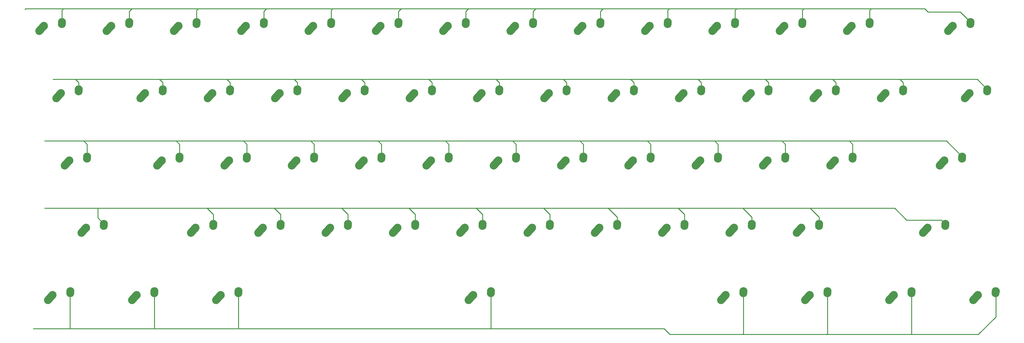
<source format=gbr>
%TF.GenerationSoftware,KiCad,Pcbnew,(6.0.5)*%
%TF.CreationDate,2023-04-01T18:57:01-04:00*%
%TF.ProjectId,paperweight 60,70617065-7277-4656-9967-68742036302e,rev?*%
%TF.SameCoordinates,Original*%
%TF.FileFunction,Copper,L1,Top*%
%TF.FilePolarity,Positive*%
%FSLAX46Y46*%
G04 Gerber Fmt 4.6, Leading zero omitted, Abs format (unit mm)*
G04 Created by KiCad (PCBNEW (6.0.5)) date 2023-04-01 18:57:01*
%MOMM*%
%LPD*%
G01*
G04 APERTURE LIST*
G04 Aperture macros list*
%AMHorizOval*
0 Thick line with rounded ends*
0 $1 width*
0 $2 $3 position (X,Y) of the first rounded end (center of the circle)*
0 $4 $5 position (X,Y) of the second rounded end (center of the circle)*
0 Add line between two ends*
20,1,$1,$2,$3,$4,$5,0*
0 Add two circle primitives to create the rounded ends*
1,1,$1,$2,$3*
1,1,$1,$4,$5*%
G04 Aperture macros list end*
%TA.AperFunction,ComponentPad*%
%ADD10C,2.250000*%
%TD*%
%TA.AperFunction,ComponentPad*%
%ADD11HorizOval,2.250000X0.655001X0.730000X-0.655001X-0.730000X0*%
%TD*%
%TA.AperFunction,ComponentPad*%
%ADD12HorizOval,2.250000X0.020000X0.290000X-0.020000X-0.290000X0*%
%TD*%
%TA.AperFunction,Conductor*%
%ADD13C,0.250000*%
%TD*%
G04 APERTURE END LIST*
D10*
%TO.P,MX61,1,COL*%
%TO.N,Net-(MX60-Pad1)*%
X273725000Y-46800000D03*
D11*
X273070001Y-47530000D03*
D12*
%TO.P,MX61,2,ROW*%
%TO.N,Net-(MX12-Pad2)*%
X278745000Y-46010000D03*
D10*
X278765000Y-45720000D03*
%TD*%
D11*
%TO.P,MX60,1,COL*%
%TO.N,Net-(MX60-Pad1)*%
X268307501Y-28480000D03*
D10*
X268962500Y-27750000D03*
D12*
%TO.P,MX60,2,ROW*%
%TO.N,Net-(MX1-Pad2)*%
X273982500Y-26960000D03*
D10*
X274002500Y-26670000D03*
%TD*%
%TO.P,MX59,1,COL*%
%TO.N,Net-(MX57-Pad1)*%
X266581250Y-65850000D03*
D11*
X265926251Y-66580000D03*
D10*
%TO.P,MX59,2,ROW*%
%TO.N,Net-(MX13-Pad2)*%
X271621250Y-64770000D03*
D12*
X271601250Y-65060000D03*
%TD*%
D10*
%TO.P,MX58,1,COL*%
%TO.N,Net-(MX57-Pad1)*%
X249912500Y-46800000D03*
D11*
X249257501Y-47530000D03*
D10*
%TO.P,MX58,2,ROW*%
%TO.N,Net-(MX12-Pad2)*%
X254952500Y-45720000D03*
D12*
X254932500Y-46010000D03*
%TD*%
D10*
%TO.P,MX57,1,COL*%
%TO.N,Net-(MX57-Pad1)*%
X240387500Y-27750000D03*
D11*
X239732501Y-28480000D03*
D10*
%TO.P,MX57,2,ROW*%
%TO.N,Net-(MX1-Pad2)*%
X245427500Y-26670000D03*
D12*
X245407500Y-26960000D03*
%TD*%
D10*
%TO.P,MX56,1,COL*%
%TO.N,Net-(MX53-Pad1)*%
X261818750Y-84900000D03*
D11*
X261163751Y-85630000D03*
D12*
%TO.P,MX56,2,ROW*%
%TO.N,Net-(MX14-Pad2)*%
X266838750Y-84110000D03*
D10*
X266858750Y-83820000D03*
%TD*%
%TO.P,MX55,1,COL*%
%TO.N,Net-(MX53-Pad1)*%
X235625000Y-65850000D03*
D11*
X234970001Y-66580000D03*
D10*
%TO.P,MX55,2,ROW*%
%TO.N,Net-(MX13-Pad2)*%
X240665000Y-64770000D03*
D12*
X240645000Y-65060000D03*
%TD*%
D10*
%TO.P,MX54,1,COL*%
%TO.N,Net-(MX53-Pad1)*%
X230862500Y-46800000D03*
D11*
X230207501Y-47530000D03*
D10*
%TO.P,MX54,2,ROW*%
%TO.N,Net-(MX12-Pad2)*%
X235902500Y-45720000D03*
D12*
X235882500Y-46010000D03*
%TD*%
D10*
%TO.P,MX53,1,COL*%
%TO.N,Net-(MX53-Pad1)*%
X221337500Y-27750000D03*
D11*
X220682501Y-28480000D03*
D10*
%TO.P,MX53,2,ROW*%
%TO.N,Net-(MX1-Pad2)*%
X226377500Y-26670000D03*
D12*
X226357500Y-26960000D03*
%TD*%
D10*
%TO.P,MX52,1,COL*%
%TO.N,Net-(MX49-Pad1)*%
X226100000Y-84900000D03*
D11*
X225445001Y-85630000D03*
D10*
%TO.P,MX52,2,ROW*%
%TO.N,Net-(MX14-Pad2)*%
X231140000Y-83820000D03*
D12*
X231120000Y-84110000D03*
%TD*%
D10*
%TO.P,MX51,1,COL*%
%TO.N,Net-(MX49-Pad1)*%
X216575000Y-65850000D03*
D11*
X215920001Y-66580000D03*
D10*
%TO.P,MX51,2,ROW*%
%TO.N,Net-(MX13-Pad2)*%
X221615000Y-64770000D03*
D12*
X221595000Y-65060000D03*
%TD*%
D10*
%TO.P,MX50,1,COL*%
%TO.N,Net-(MX49-Pad1)*%
X211812500Y-46800000D03*
D11*
X211157501Y-47530000D03*
D10*
%TO.P,MX50,2,ROW*%
%TO.N,Net-(MX12-Pad2)*%
X216852500Y-45720000D03*
D12*
X216832500Y-46010000D03*
%TD*%
D10*
%TO.P,MX49,1,COL*%
%TO.N,Net-(MX49-Pad1)*%
X202287500Y-27750000D03*
D11*
X201632501Y-28480000D03*
D10*
%TO.P,MX49,2,ROW*%
%TO.N,Net-(MX1-Pad2)*%
X207327500Y-26670000D03*
D12*
X207307500Y-26960000D03*
%TD*%
D10*
%TO.P,MX48,1,COL*%
%TO.N,Net-(MX45-Pad1)*%
X207050000Y-84900000D03*
D11*
X206395001Y-85630000D03*
D10*
%TO.P,MX48,2,ROW*%
%TO.N,Net-(MX14-Pad2)*%
X212090000Y-83820000D03*
D12*
X212070000Y-84110000D03*
%TD*%
D10*
%TO.P,MX47,1,COL*%
%TO.N,Net-(MX45-Pad1)*%
X197525000Y-65850000D03*
D11*
X196870001Y-66580000D03*
D10*
%TO.P,MX47,2,ROW*%
%TO.N,Net-(MX13-Pad2)*%
X202565000Y-64770000D03*
D12*
X202545000Y-65060000D03*
%TD*%
D10*
%TO.P,MX46,1,COL*%
%TO.N,Net-(MX45-Pad1)*%
X192762500Y-46800000D03*
D11*
X192107501Y-47530000D03*
D10*
%TO.P,MX46,2,ROW*%
%TO.N,Net-(MX12-Pad2)*%
X197802500Y-45720000D03*
D12*
X197782500Y-46010000D03*
%TD*%
D10*
%TO.P,MX45,1,COL*%
%TO.N,Net-(MX45-Pad1)*%
X183237500Y-27750000D03*
D11*
X182582501Y-28480000D03*
D10*
%TO.P,MX45,2,ROW*%
%TO.N,Net-(MX1-Pad2)*%
X188277500Y-26670000D03*
D12*
X188257500Y-26960000D03*
%TD*%
D10*
%TO.P,MX44,1,COL*%
%TO.N,Net-(MX41-Pad1)*%
X188000000Y-84900000D03*
D11*
X187345001Y-85630000D03*
D10*
%TO.P,MX44,2,ROW*%
%TO.N,Net-(MX14-Pad2)*%
X193040000Y-83820000D03*
D12*
X193020000Y-84110000D03*
%TD*%
D10*
%TO.P,MX43,1,COL*%
%TO.N,Net-(MX41-Pad1)*%
X178475000Y-65850000D03*
D11*
X177820001Y-66580000D03*
D10*
%TO.P,MX43,2,ROW*%
%TO.N,Net-(MX13-Pad2)*%
X183515000Y-64770000D03*
D12*
X183495000Y-65060000D03*
%TD*%
D10*
%TO.P,MX42,1,COL*%
%TO.N,Net-(MX41-Pad1)*%
X173712500Y-46800000D03*
D11*
X173057501Y-47530000D03*
D10*
%TO.P,MX42,2,ROW*%
%TO.N,Net-(MX12-Pad2)*%
X178752500Y-45720000D03*
D12*
X178732500Y-46010000D03*
%TD*%
D10*
%TO.P,MX41,1,COL*%
%TO.N,Net-(MX41-Pad1)*%
X164187500Y-27750000D03*
D11*
X163532501Y-28480000D03*
D10*
%TO.P,MX41,2,ROW*%
%TO.N,Net-(MX1-Pad2)*%
X169227500Y-26670000D03*
D12*
X169207500Y-26960000D03*
%TD*%
D11*
%TO.P,MX40,1,COL*%
%TO.N,Net-(MX36-Pad1)*%
X275451251Y-104680000D03*
D10*
X276106250Y-103950000D03*
%TO.P,MX40,2,ROW*%
%TO.N,Net-(MX10-Pad2)*%
X281146250Y-102870000D03*
D12*
X281126250Y-103160000D03*
%TD*%
D10*
%TO.P,MX39,1,COL*%
%TO.N,Net-(MX36-Pad1)*%
X168950000Y-84900000D03*
D11*
X168295001Y-85630000D03*
D10*
%TO.P,MX39,2,ROW*%
%TO.N,Net-(MX14-Pad2)*%
X173990000Y-83820000D03*
D12*
X173970000Y-84110000D03*
%TD*%
D10*
%TO.P,MX38,1,COL*%
%TO.N,Net-(MX36-Pad1)*%
X159425000Y-65850000D03*
D11*
X158770001Y-66580000D03*
D10*
%TO.P,MX38,2,ROW*%
%TO.N,Net-(MX13-Pad2)*%
X164465000Y-64770000D03*
D12*
X164445000Y-65060000D03*
%TD*%
D10*
%TO.P,MX37,1,COL*%
%TO.N,Net-(MX36-Pad1)*%
X154662500Y-46800000D03*
D11*
X154007501Y-47530000D03*
D10*
%TO.P,MX37,2,ROW*%
%TO.N,Net-(MX12-Pad2)*%
X159702500Y-45720000D03*
D12*
X159682500Y-46010000D03*
%TD*%
D10*
%TO.P,MX36,1,COL*%
%TO.N,Net-(MX36-Pad1)*%
X145137500Y-27750000D03*
D11*
X144482501Y-28480000D03*
D10*
%TO.P,MX36,2,ROW*%
%TO.N,Net-(MX1-Pad2)*%
X150177500Y-26670000D03*
D12*
X150157500Y-26960000D03*
%TD*%
D11*
%TO.P,MX35,1,COL*%
%TO.N,Net-(MX31-Pad1)*%
X251638751Y-104680000D03*
D10*
X252293750Y-103950000D03*
%TO.P,MX35,2,ROW*%
%TO.N,Net-(MX10-Pad2)*%
X257333750Y-102870000D03*
D12*
X257313750Y-103160000D03*
%TD*%
D10*
%TO.P,MX34,1,COL*%
%TO.N,Net-(MX31-Pad1)*%
X149900000Y-84900000D03*
D11*
X149245001Y-85630000D03*
D10*
%TO.P,MX34,2,ROW*%
%TO.N,Net-(MX14-Pad2)*%
X154940000Y-83820000D03*
D12*
X154920000Y-84110000D03*
%TD*%
D10*
%TO.P,MX33,1,COL*%
%TO.N,Net-(MX31-Pad1)*%
X140375000Y-65850000D03*
D11*
X139720001Y-66580000D03*
D10*
%TO.P,MX33,2,ROW*%
%TO.N,Net-(MX13-Pad2)*%
X145415000Y-64770000D03*
D12*
X145395000Y-65060000D03*
%TD*%
D10*
%TO.P,MX32,1,COL*%
%TO.N,Net-(MX31-Pad1)*%
X135612500Y-46800000D03*
D11*
X134957501Y-47530000D03*
D10*
%TO.P,MX32,2,ROW*%
%TO.N,Net-(MX12-Pad2)*%
X140652500Y-45720000D03*
D12*
X140632500Y-46010000D03*
%TD*%
D10*
%TO.P,MX31,1,COL*%
%TO.N,Net-(MX31-Pad1)*%
X126087500Y-27750000D03*
D11*
X125432501Y-28480000D03*
D10*
%TO.P,MX31,2,ROW*%
%TO.N,Net-(MX1-Pad2)*%
X131127500Y-26670000D03*
D12*
X131107500Y-26960000D03*
%TD*%
D11*
%TO.P,MX30,1,COL*%
%TO.N,Net-(MX26-Pad1)*%
X227826251Y-104680000D03*
D10*
X228481250Y-103950000D03*
%TO.P,MX30,2,ROW*%
%TO.N,Net-(MX10-Pad2)*%
X233521250Y-102870000D03*
D12*
X233501250Y-103160000D03*
%TD*%
D10*
%TO.P,MX29,1,COL*%
%TO.N,Net-(MX26-Pad1)*%
X130850000Y-84900000D03*
D11*
X130195001Y-85630000D03*
D10*
%TO.P,MX29,2,ROW*%
%TO.N,Net-(MX14-Pad2)*%
X135890000Y-83820000D03*
D12*
X135870000Y-84110000D03*
%TD*%
D10*
%TO.P,MX28,1,COL*%
%TO.N,Net-(MX26-Pad1)*%
X121325000Y-65850000D03*
D11*
X120670001Y-66580000D03*
D10*
%TO.P,MX28,2,ROW*%
%TO.N,Net-(MX13-Pad2)*%
X126365000Y-64770000D03*
D12*
X126345000Y-65060000D03*
%TD*%
D10*
%TO.P,MX27,1,COL*%
%TO.N,Net-(MX26-Pad1)*%
X116562500Y-46800000D03*
D11*
X115907501Y-47530000D03*
D10*
%TO.P,MX27,2,ROW*%
%TO.N,Net-(MX12-Pad2)*%
X121602500Y-45720000D03*
D12*
X121582500Y-46010000D03*
%TD*%
D10*
%TO.P,MX26,1,COL*%
%TO.N,Net-(MX26-Pad1)*%
X107037500Y-27750000D03*
D11*
X106382501Y-28480000D03*
D10*
%TO.P,MX26,2,ROW*%
%TO.N,Net-(MX1-Pad2)*%
X112077500Y-26670000D03*
D12*
X112057500Y-26960000D03*
%TD*%
D11*
%TO.P,MX25,1,COL*%
%TO.N,Net-(MX21-Pad1)*%
X204013751Y-104680000D03*
D10*
X204668750Y-103950000D03*
%TO.P,MX25,2,ROW*%
%TO.N,Net-(MX10-Pad2)*%
X209708750Y-102870000D03*
D12*
X209688750Y-103160000D03*
%TD*%
D10*
%TO.P,MX24,1,COL*%
%TO.N,Net-(MX21-Pad1)*%
X111800000Y-84900000D03*
D11*
X111145001Y-85630000D03*
D10*
%TO.P,MX24,2,ROW*%
%TO.N,Net-(MX14-Pad2)*%
X116840000Y-83820000D03*
D12*
X116820000Y-84110000D03*
%TD*%
D10*
%TO.P,MX23,1,COL*%
%TO.N,Net-(MX21-Pad1)*%
X102275000Y-65850000D03*
D11*
X101620001Y-66580000D03*
D10*
%TO.P,MX23,2,ROW*%
%TO.N,Net-(MX13-Pad2)*%
X107315000Y-64770000D03*
D12*
X107295000Y-65060000D03*
%TD*%
D10*
%TO.P,MX22,1,COL*%
%TO.N,Net-(MX21-Pad1)*%
X97512500Y-46800000D03*
D11*
X96857501Y-47530000D03*
D10*
%TO.P,MX22,2,ROW*%
%TO.N,Net-(MX12-Pad2)*%
X102552500Y-45720000D03*
D12*
X102532500Y-46010000D03*
%TD*%
D10*
%TO.P,MX21,1,COL*%
%TO.N,Net-(MX21-Pad1)*%
X87987500Y-27750000D03*
D11*
X87332501Y-28480000D03*
D10*
%TO.P,MX21,2,ROW*%
%TO.N,Net-(MX1-Pad2)*%
X93027500Y-26670000D03*
D12*
X93007500Y-26960000D03*
%TD*%
D10*
%TO.P,MX20,1,COL*%
%TO.N,Net-(MX16-Pad1)*%
X133231250Y-103950000D03*
D11*
X132576251Y-104680000D03*
D12*
%TO.P,MX20,2,ROW*%
%TO.N,Net-(MX10-Pad2)*%
X138251250Y-103160000D03*
D10*
X138271250Y-102870000D03*
%TD*%
%TO.P,MX19,1,COL*%
%TO.N,Net-(MX16-Pad1)*%
X92750000Y-84900000D03*
D11*
X92095001Y-85630000D03*
D10*
%TO.P,MX19,2,ROW*%
%TO.N,Net-(MX14-Pad2)*%
X97790000Y-83820000D03*
D12*
X97770000Y-84110000D03*
%TD*%
D10*
%TO.P,MX18,1,COL*%
%TO.N,Net-(MX16-Pad1)*%
X83225000Y-65850000D03*
D11*
X82570001Y-66580000D03*
D10*
%TO.P,MX18,2,ROW*%
%TO.N,Net-(MX13-Pad2)*%
X88265000Y-64770000D03*
D12*
X88245000Y-65060000D03*
%TD*%
D10*
%TO.P,MX17,1,COL*%
%TO.N,Net-(MX16-Pad1)*%
X78462500Y-46800000D03*
D11*
X77807501Y-47530000D03*
D10*
%TO.P,MX17,2,ROW*%
%TO.N,Net-(MX12-Pad2)*%
X83502500Y-45720000D03*
D12*
X83482500Y-46010000D03*
%TD*%
D10*
%TO.P,MX16,1,COL*%
%TO.N,Net-(MX16-Pad1)*%
X68937500Y-27750000D03*
D11*
X68282501Y-28480000D03*
D10*
%TO.P,MX16,2,ROW*%
%TO.N,Net-(MX1-Pad2)*%
X73977500Y-26670000D03*
D12*
X73957500Y-26960000D03*
%TD*%
D11*
%TO.P,MX15,1,COL*%
%TO.N,Net-(MX11-Pad1)*%
X61138751Y-104680000D03*
D10*
X61793750Y-103950000D03*
%TO.P,MX15,2,ROW*%
%TO.N,Net-(MX10-Pad2)*%
X66833750Y-102870000D03*
D12*
X66813750Y-103160000D03*
%TD*%
D10*
%TO.P,MX14,1,COL*%
%TO.N,Net-(MX11-Pad1)*%
X73700000Y-84900000D03*
D11*
X73045001Y-85630000D03*
D10*
%TO.P,MX14,2,ROW*%
%TO.N,Net-(MX14-Pad2)*%
X78740000Y-83820000D03*
D12*
X78720000Y-84110000D03*
%TD*%
D10*
%TO.P,MX13,1,COL*%
%TO.N,Net-(MX11-Pad1)*%
X64175000Y-65850000D03*
D11*
X63520001Y-66580000D03*
D10*
%TO.P,MX13,2,ROW*%
%TO.N,Net-(MX13-Pad2)*%
X69215000Y-64770000D03*
D12*
X69195000Y-65060000D03*
%TD*%
D10*
%TO.P,MX12,1,COL*%
%TO.N,Net-(MX11-Pad1)*%
X59412500Y-46800000D03*
D11*
X58757501Y-47530000D03*
D10*
%TO.P,MX12,2,ROW*%
%TO.N,Net-(MX12-Pad2)*%
X64452500Y-45720000D03*
D12*
X64432500Y-46010000D03*
%TD*%
D10*
%TO.P,MX11,1,COL*%
%TO.N,Net-(MX11-Pad1)*%
X49887500Y-27750000D03*
D11*
X49232501Y-28480000D03*
D10*
%TO.P,MX11,2,ROW*%
%TO.N,Net-(MX1-Pad2)*%
X54927500Y-26670000D03*
D12*
X54907500Y-26960000D03*
%TD*%
D11*
%TO.P,MX10,1,COL*%
%TO.N,Net-(MX10-Pad1)*%
X37326251Y-104680000D03*
D10*
X37981250Y-103950000D03*
%TO.P,MX10,2,ROW*%
%TO.N,Net-(MX10-Pad2)*%
X43021250Y-102870000D03*
D12*
X43001250Y-103160000D03*
%TD*%
D10*
%TO.P,MX9,1,COL*%
%TO.N,Net-(MX10-Pad1)*%
X54650000Y-84900000D03*
D11*
X53995001Y-85630000D03*
D10*
%TO.P,MX9,2,ROW*%
%TO.N,Net-(MX14-Pad2)*%
X59690000Y-83820000D03*
D12*
X59670000Y-84110000D03*
%TD*%
D10*
%TO.P,MX8,1,COL*%
%TO.N,Net-(MX10-Pad1)*%
X45125000Y-65850000D03*
D11*
X44470001Y-66580000D03*
D10*
%TO.P,MX8,2,ROW*%
%TO.N,Net-(MX13-Pad2)*%
X50165000Y-64770000D03*
D12*
X50145000Y-65060000D03*
%TD*%
D10*
%TO.P,MX7,1,COL*%
%TO.N,Net-(MX10-Pad1)*%
X40362500Y-46800000D03*
D11*
X39707501Y-47530000D03*
D10*
%TO.P,MX7,2,ROW*%
%TO.N,Net-(MX12-Pad2)*%
X45402500Y-45720000D03*
D12*
X45382500Y-46010000D03*
%TD*%
D10*
%TO.P,MX6,1,COL*%
%TO.N,Net-(MX10-Pad1)*%
X30837500Y-27750000D03*
D11*
X30182501Y-28480000D03*
D10*
%TO.P,MX6,2,ROW*%
%TO.N,Net-(MX1-Pad2)*%
X35877500Y-26670000D03*
D12*
X35857500Y-26960000D03*
%TD*%
D11*
%TO.P,MX5,1,COL*%
%TO.N,Net-(MX1-Pad1)*%
X13513751Y-104680000D03*
D10*
X14168750Y-103950000D03*
%TO.P,MX5,2,ROW*%
%TO.N,Net-(MX10-Pad2)*%
X19208750Y-102870000D03*
D12*
X19188750Y-103160000D03*
%TD*%
D10*
%TO.P,MX4,1,COL*%
%TO.N,Net-(MX1-Pad1)*%
X23693750Y-84900000D03*
D11*
X23038751Y-85630000D03*
D10*
%TO.P,MX4,2,ROW*%
%TO.N,Net-(MX14-Pad2)*%
X28733750Y-83820000D03*
D12*
X28713750Y-84110000D03*
%TD*%
D11*
%TO.P,MX3,1,COL*%
%TO.N,Net-(MX1-Pad1)*%
X18276251Y-66580000D03*
D10*
X18931250Y-65850000D03*
D12*
%TO.P,MX3,2,ROW*%
%TO.N,Net-(MX13-Pad2)*%
X23951250Y-65060000D03*
D10*
X23971250Y-64770000D03*
%TD*%
%TO.P,MX2,1,COL*%
%TO.N,Net-(MX1-Pad1)*%
X16550000Y-46800000D03*
D11*
X15895001Y-47530000D03*
D12*
%TO.P,MX2,2,ROW*%
%TO.N,Net-(MX12-Pad2)*%
X21570000Y-46010000D03*
D10*
X21590000Y-45720000D03*
%TD*%
%TO.P,MX1,1,COL*%
%TO.N,Net-(MX1-Pad1)*%
X11787500Y-27750000D03*
D11*
X11132501Y-28480000D03*
D10*
%TO.P,MX1,2,ROW*%
%TO.N,Net-(MX1-Pad2)*%
X16827500Y-26670000D03*
D12*
X16807500Y-26960000D03*
%TD*%
D13*
%TO.N,Net-(MX10-Pad2)*%
X257333750Y-102870000D02*
X257333750Y-114935000D01*
X257175000Y-115093750D02*
X233362500Y-115093750D01*
X257333750Y-114935000D02*
X257175000Y-115093750D01*
X276225000Y-115093750D02*
X257175000Y-115093750D01*
X233521250Y-114935000D02*
X233362500Y-115093750D01*
X233521250Y-102870000D02*
X233521250Y-114935000D01*
X233362500Y-115093750D02*
X209550000Y-115093750D01*
X209708750Y-114935000D02*
X209550000Y-115093750D01*
X209550000Y-115093750D02*
X188912500Y-115093750D01*
X209708750Y-102870000D02*
X209708750Y-114935000D01*
X138271250Y-113347500D02*
X138112500Y-113506250D01*
X138112500Y-113506250D02*
X66675000Y-113506250D01*
X138271250Y-102870000D02*
X138271250Y-113347500D01*
X187325000Y-113506250D02*
X138112500Y-113506250D01*
X66833750Y-113347500D02*
X66675000Y-113506250D01*
X66675000Y-113506250D02*
X42862500Y-113506250D01*
X66833750Y-102870000D02*
X66833750Y-113347500D01*
X43021250Y-113347500D02*
X42862500Y-113506250D01*
X42862500Y-113506250D02*
X18256250Y-113506250D01*
X43021250Y-102870000D02*
X43021250Y-113347500D01*
X19050000Y-113506250D02*
X18256250Y-113506250D01*
X18256250Y-113506250D02*
X8731250Y-113506250D01*
X19168750Y-113387500D02*
X19050000Y-113506250D01*
X19168750Y-103450000D02*
X19168750Y-113387500D01*
X188912500Y-115093750D02*
X187325000Y-113506250D01*
X281146250Y-110172500D02*
X276225000Y-115093750D01*
X281146250Y-102870000D02*
X281146250Y-110172500D01*
%TO.N,Net-(MX14-Pad2)*%
X231140000Y-81915000D02*
X228600000Y-79375000D01*
X231140000Y-83820000D02*
X231140000Y-81915000D01*
X228600000Y-79375000D02*
X209550000Y-79375000D01*
X252525665Y-79375000D02*
X228600000Y-79375000D01*
X212090000Y-81915000D02*
X209550000Y-79375000D01*
X212090000Y-83820000D02*
X212090000Y-81915000D01*
X209550000Y-79375000D02*
X191293750Y-79375000D01*
X193040000Y-83820000D02*
X193040000Y-81121250D01*
X193040000Y-81121250D02*
X191293750Y-79375000D01*
X191293750Y-79375000D02*
X171450000Y-79375000D01*
X173990000Y-81915000D02*
X171450000Y-79375000D01*
X173990000Y-83820000D02*
X173990000Y-81915000D01*
X171450000Y-79375000D02*
X153193750Y-79375000D01*
X154940000Y-81121250D02*
X153193750Y-79375000D01*
X154940000Y-83820000D02*
X154940000Y-81121250D01*
X153193750Y-79375000D02*
X134143750Y-79375000D01*
X135890000Y-81121250D02*
X134143750Y-79375000D01*
X134143750Y-79375000D02*
X115093750Y-79375000D01*
X135890000Y-83820000D02*
X135890000Y-81121250D01*
X116840000Y-81121250D02*
X115093750Y-79375000D01*
X115093750Y-79375000D02*
X96043750Y-79375000D01*
X116840000Y-83820000D02*
X116840000Y-81121250D01*
X97790000Y-81121250D02*
X96043750Y-79375000D01*
X97790000Y-83820000D02*
X97790000Y-81121250D01*
X96043750Y-79375000D02*
X76993750Y-79375000D01*
X78740000Y-81121250D02*
X76993750Y-79375000D01*
X76993750Y-79375000D02*
X57943750Y-79375000D01*
X78740000Y-83820000D02*
X78740000Y-81121250D01*
X59690000Y-83820000D02*
X59690000Y-81121250D01*
X57943750Y-79375000D02*
X26987500Y-79375000D01*
X59690000Y-81121250D02*
X57943750Y-79375000D01*
X28733750Y-83820000D02*
X26987500Y-82073750D01*
X26987500Y-82073750D02*
X26987500Y-79375000D01*
X26987500Y-79375000D02*
X11906250Y-79375000D01*
X255845665Y-82695000D02*
X252525665Y-79375000D01*
X265733750Y-82695000D02*
X255845665Y-82695000D01*
X266858750Y-83820000D02*
X265733750Y-82695000D01*
%TO.N,Net-(MX13-Pad2)*%
X239712500Y-60325000D02*
X220662500Y-60325000D01*
X240665000Y-64770000D02*
X240665000Y-61277500D01*
X240665000Y-61277500D02*
X239712500Y-60325000D01*
X267176250Y-60325000D02*
X239712500Y-60325000D01*
X221615000Y-61277500D02*
X220662500Y-60325000D01*
X221615000Y-64770000D02*
X221615000Y-61277500D01*
X220662500Y-60325000D02*
X201612500Y-60325000D01*
X202565000Y-61277500D02*
X201612500Y-60325000D01*
X202565000Y-64770000D02*
X202565000Y-61277500D01*
X201612500Y-60325000D02*
X182562500Y-60325000D01*
X183515000Y-64770000D02*
X183515000Y-61277500D01*
X182562500Y-60325000D02*
X163512500Y-60325000D01*
X183515000Y-61277500D02*
X182562500Y-60325000D01*
X164465000Y-61277500D02*
X163512500Y-60325000D01*
X164465000Y-64770000D02*
X164465000Y-61277500D01*
X163512500Y-60325000D02*
X144462500Y-60325000D01*
X145415000Y-64770000D02*
X145415000Y-61277500D01*
X144462500Y-60325000D02*
X125412500Y-60325000D01*
X145415000Y-61277500D02*
X144462500Y-60325000D01*
X126365000Y-64770000D02*
X126365000Y-61277500D01*
X126365000Y-61277500D02*
X125412500Y-60325000D01*
X125412500Y-60325000D02*
X106362500Y-60325000D01*
X107315000Y-61277500D02*
X106362500Y-60325000D01*
X107315000Y-64770000D02*
X107315000Y-61277500D01*
X106362500Y-60325000D02*
X87312500Y-60325000D01*
X88265000Y-64770000D02*
X88265000Y-61277500D01*
X87312500Y-60325000D02*
X67468750Y-60325000D01*
X88265000Y-61277500D02*
X87312500Y-60325000D01*
X68262500Y-60325000D02*
X67468750Y-60325000D01*
X69215000Y-61277500D02*
X68262500Y-60325000D01*
X69215000Y-64770000D02*
X69215000Y-61277500D01*
X67468750Y-60325000D02*
X49212500Y-60325000D01*
X50165000Y-61277500D02*
X49212500Y-60325000D01*
X49212500Y-60325000D02*
X23018750Y-60325000D01*
X50165000Y-64770000D02*
X50165000Y-61277500D01*
X23971250Y-64770000D02*
X23971250Y-61277500D01*
X23018750Y-60325000D02*
X11906250Y-60325000D01*
X23971250Y-61277500D02*
X23018750Y-60325000D01*
X271621250Y-64770000D02*
X267176250Y-60325000D01*
%TO.N,Net-(MX12-Pad2)*%
X254952500Y-43815000D02*
X254000000Y-42862500D01*
X254000000Y-42862500D02*
X234156250Y-42862500D01*
X275907500Y-42862500D02*
X254000000Y-42862500D01*
X254952500Y-45720000D02*
X254952500Y-43815000D01*
X234950000Y-42862500D02*
X234156250Y-42862500D01*
X235902500Y-43815000D02*
X234950000Y-42862500D01*
X234156250Y-42862500D02*
X215900000Y-42862500D01*
X235902500Y-45720000D02*
X235902500Y-43815000D01*
X216852500Y-45720000D02*
X216852500Y-43815000D01*
X216852500Y-43815000D02*
X215900000Y-42862500D01*
X215900000Y-42862500D02*
X196850000Y-42862500D01*
X196850000Y-42862500D02*
X177800000Y-42862500D01*
X197802500Y-43815000D02*
X196850000Y-42862500D01*
X197802500Y-45720000D02*
X197802500Y-43815000D01*
X178752500Y-45720000D02*
X178752500Y-43815000D01*
X177800000Y-42862500D02*
X158750000Y-42862500D01*
X178752500Y-43815000D02*
X177800000Y-42862500D01*
X159702500Y-43815000D02*
X158750000Y-42862500D01*
X159702500Y-45720000D02*
X159702500Y-43815000D01*
X158750000Y-42862500D02*
X138906250Y-42862500D01*
X139700000Y-42862500D02*
X138906250Y-42862500D01*
X138906250Y-42862500D02*
X120650000Y-42862500D01*
X140652500Y-43815000D02*
X139700000Y-42862500D01*
X140652500Y-45720000D02*
X140652500Y-43815000D01*
X121602500Y-43815000D02*
X120650000Y-42862500D01*
X121602500Y-45720000D02*
X121602500Y-43815000D01*
X120650000Y-42862500D02*
X101600000Y-42862500D01*
X102552500Y-43815000D02*
X101600000Y-42862500D01*
X102552500Y-45720000D02*
X102552500Y-43815000D01*
X101600000Y-42862500D02*
X82550000Y-42862500D01*
X83502500Y-43815000D02*
X82550000Y-42862500D01*
X83502500Y-45720000D02*
X83502500Y-43815000D01*
X82550000Y-42862500D02*
X63500000Y-42862500D01*
X64452500Y-43815000D02*
X63500000Y-42862500D01*
X64452500Y-45720000D02*
X64452500Y-43815000D01*
X63500000Y-42862500D02*
X44450000Y-42862500D01*
X45402500Y-43815000D02*
X44450000Y-42862500D01*
X45402500Y-45720000D02*
X45402500Y-43815000D01*
X44450000Y-42862500D02*
X20637500Y-42862500D01*
X21590000Y-43815000D02*
X20637500Y-42862500D01*
X20637500Y-42862500D02*
X14287500Y-42862500D01*
X21590000Y-45720000D02*
X21590000Y-43815000D01*
X278765000Y-45720000D02*
X275907500Y-42862500D01*
%TO.N,Net-(MX1-Pad2)*%
X245427500Y-26670000D02*
X245427500Y-23349208D01*
X245910229Y-22866479D02*
X226860229Y-22866479D01*
X245427500Y-23349208D02*
X245910229Y-22866479D01*
X260991479Y-22866479D02*
X245910229Y-22866479D01*
X226377500Y-26670000D02*
X226377500Y-23349208D01*
X226377500Y-23349208D02*
X226860229Y-22866479D01*
X226860229Y-22866479D02*
X207810229Y-22866479D01*
X207327500Y-23349208D02*
X207810229Y-22866479D01*
X207810229Y-22866479D02*
X188760229Y-22866479D01*
X207327500Y-26670000D02*
X207327500Y-23349208D01*
X188277500Y-23349208D02*
X188760229Y-22866479D01*
X188277500Y-26670000D02*
X188277500Y-23349208D01*
X188760229Y-22866479D02*
X170014771Y-22866479D01*
X169227500Y-26670000D02*
X169227500Y-23653750D01*
X170014771Y-22866479D02*
X150964771Y-22866479D01*
X169227500Y-23653750D02*
X170014771Y-22866479D01*
X150177500Y-23653750D02*
X150964771Y-22866479D01*
X150177500Y-26670000D02*
X150177500Y-23653750D01*
X150964771Y-22866479D02*
X131914771Y-22866479D01*
X131127500Y-26670000D02*
X131127500Y-23653750D01*
X131914771Y-22866479D02*
X112864771Y-22866479D01*
X131127500Y-23653750D02*
X131914771Y-22866479D01*
X112077500Y-23653750D02*
X112864771Y-22866479D01*
X112077500Y-26670000D02*
X112077500Y-23653750D01*
X112864771Y-22866479D02*
X93510229Y-22866479D01*
X93027500Y-23349208D02*
X93510229Y-22866479D01*
X93510229Y-22866479D02*
X74764771Y-22866479D01*
X93027500Y-26670000D02*
X93027500Y-23349208D01*
X73977500Y-23653750D02*
X74764771Y-22866479D01*
X73977500Y-26670000D02*
X73977500Y-23653750D01*
X74764771Y-22866479D02*
X55410229Y-22866479D01*
X54927500Y-23349208D02*
X55410229Y-22866479D01*
X54927500Y-26670000D02*
X54927500Y-23349208D01*
X55410229Y-22866479D02*
X36664771Y-22866479D01*
X35877500Y-26670000D02*
X35877500Y-23653750D01*
X36664771Y-22866479D02*
X17310229Y-22866479D01*
X35877500Y-23653750D02*
X36664771Y-22866479D01*
X16827500Y-23349208D02*
X17310229Y-22866479D01*
X16827500Y-26670000D02*
X16827500Y-23349208D01*
X17310229Y-22866479D02*
X6502271Y-22866479D01*
X6502271Y-22866479D02*
X6350000Y-23018750D01*
X261937500Y-23812500D02*
X260991479Y-22866479D01*
X274002500Y-26670000D02*
X271145000Y-23812500D01*
X271145000Y-23812500D02*
X261937500Y-23812500D01*
%TD*%
M02*

</source>
